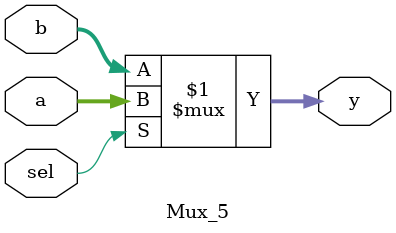
<source format=v>
`timescale 1ns / 1ps

module Mux_5(
    input wire [4:0] a,
    input wire [4:0] b,
    input wire sel,
    output wire [4:0] y
);
    assign y = (sel) ? a : b;
endmodule
</source>
